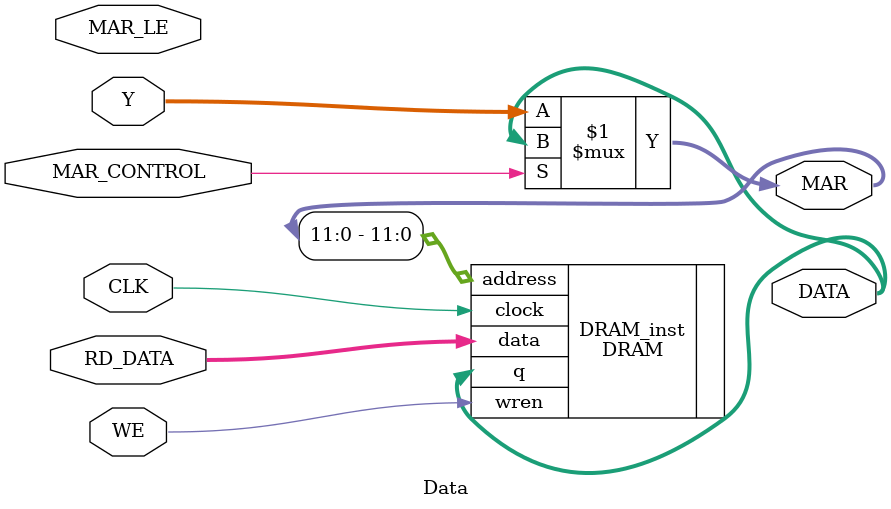
<source format=v>
module Data(
	MAR_LE,
	MAR_CONTROL,
	WE,
	CLK,
	RD_DATA,
	Y,
	DATA,
	MAR
);

input	MAR_LE;
input	MAR_CONTROL;
input	WE;
input	CLK;
input	[15:0] RD_DATA;
input	[15:0] Y;
output	[15:0] DATA;

output	[15:0] MAR;

assign MAR = (MAR_CONTROL) ? DATA : Y;

DRAM	DRAM_inst (
	.address ( MAR[11:0] ),
	.clock ( CLK ),
	.data ( RD_DATA ),
	.wren ( WE ),
	.q ( DATA )
);

endmodule

</source>
